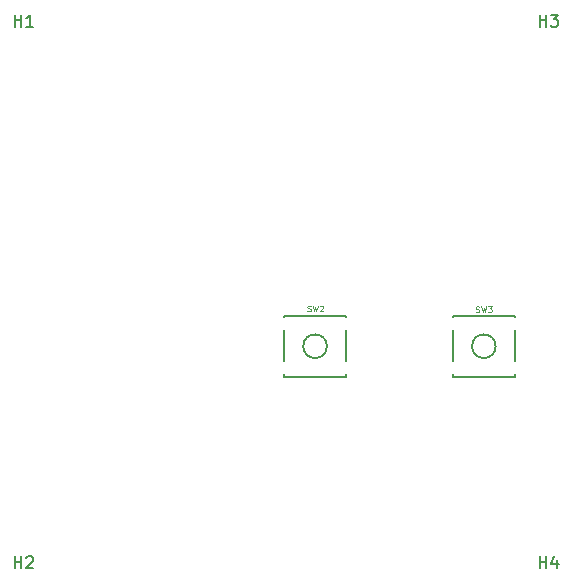
<source format=gto>
G04 #@! TF.GenerationSoftware,KiCad,Pcbnew,(5.1.10)-1*
G04 #@! TF.CreationDate,2021-06-04T13:57:15+02:00*
G04 #@! TF.ProjectId,Keyboard,4b657962-6f61-4726-942e-6b696361645f,rev?*
G04 #@! TF.SameCoordinates,Original*
G04 #@! TF.FileFunction,Legend,Top*
G04 #@! TF.FilePolarity,Positive*
%FSLAX46Y46*%
G04 Gerber Fmt 4.6, Leading zero omitted, Abs format (unit mm)*
G04 Created by KiCad (PCBNEW (5.1.10)-1) date 2021-06-04 13:57:15*
%MOMM*%
%LPD*%
G01*
G04 APERTURE LIST*
%ADD10C,0.150000*%
%ADD11C,0.080000*%
%ADD12C,3.987800*%
%ADD13C,1.750000*%
%ADD14C,0.650000*%
%ADD15O,1.000000X2.100000*%
%ADD16O,1.000000X1.600000*%
%ADD17C,2.700000*%
%ADD18R,1.800000X1.100000*%
G04 APERTURE END LIST*
D10*
X108231250Y-72762500D02*
G75*
G03*
X108231250Y-72762500I-1000000J0D01*
G01*
X109831250Y-70162500D02*
X109831250Y-75362500D01*
X104631250Y-70162500D02*
X109831250Y-70162500D01*
X104631250Y-75362500D02*
X104631250Y-70162500D01*
X109831250Y-75362500D02*
X104631250Y-75362500D01*
X93943750Y-72762500D02*
G75*
G03*
X93943750Y-72762500I-1000000J0D01*
G01*
X95543750Y-70162500D02*
X95543750Y-75362500D01*
X90343750Y-70162500D02*
X95543750Y-70162500D01*
X90343750Y-75362500D02*
X90343750Y-70162500D01*
X95543750Y-75362500D02*
X90343750Y-75362500D01*
X111950595Y-91558630D02*
X111950595Y-90558630D01*
X111950595Y-91034821D02*
X112522023Y-91034821D01*
X112522023Y-91558630D02*
X112522023Y-90558630D01*
X113426785Y-90891964D02*
X113426785Y-91558630D01*
X113188690Y-90511011D02*
X112950595Y-91225297D01*
X113569642Y-91225297D01*
X111950595Y-45696130D02*
X111950595Y-44696130D01*
X111950595Y-45172321D02*
X112522023Y-45172321D01*
X112522023Y-45696130D02*
X112522023Y-44696130D01*
X112902976Y-44696130D02*
X113522023Y-44696130D01*
X113188690Y-45077083D01*
X113331547Y-45077083D01*
X113426785Y-45124702D01*
X113474404Y-45172321D01*
X113522023Y-45267559D01*
X113522023Y-45505654D01*
X113474404Y-45600892D01*
X113426785Y-45648511D01*
X113331547Y-45696130D01*
X113045833Y-45696130D01*
X112950595Y-45648511D01*
X112902976Y-45600892D01*
X67500595Y-91558630D02*
X67500595Y-90558630D01*
X67500595Y-91034821D02*
X68072023Y-91034821D01*
X68072023Y-91558630D02*
X68072023Y-90558630D01*
X68500595Y-90653869D02*
X68548214Y-90606250D01*
X68643452Y-90558630D01*
X68881547Y-90558630D01*
X68976785Y-90606250D01*
X69024404Y-90653869D01*
X69072023Y-90749107D01*
X69072023Y-90844345D01*
X69024404Y-90987202D01*
X68452976Y-91558630D01*
X69072023Y-91558630D01*
X67500595Y-45696130D02*
X67500595Y-44696130D01*
X67500595Y-45172321D02*
X68072023Y-45172321D01*
X68072023Y-45696130D02*
X68072023Y-44696130D01*
X69072023Y-45696130D02*
X68500595Y-45696130D01*
X68786309Y-45696130D02*
X68786309Y-44696130D01*
X68691071Y-44838988D01*
X68595833Y-44934226D01*
X68500595Y-44981845D01*
D11*
X106564583Y-69853380D02*
X106636011Y-69877190D01*
X106755059Y-69877190D01*
X106802678Y-69853380D01*
X106826488Y-69829571D01*
X106850297Y-69781952D01*
X106850297Y-69734333D01*
X106826488Y-69686714D01*
X106802678Y-69662904D01*
X106755059Y-69639095D01*
X106659821Y-69615285D01*
X106612202Y-69591476D01*
X106588392Y-69567666D01*
X106564583Y-69520047D01*
X106564583Y-69472428D01*
X106588392Y-69424809D01*
X106612202Y-69401000D01*
X106659821Y-69377190D01*
X106778869Y-69377190D01*
X106850297Y-69401000D01*
X107016964Y-69377190D02*
X107136011Y-69877190D01*
X107231250Y-69520047D01*
X107326488Y-69877190D01*
X107445535Y-69377190D01*
X107588392Y-69377190D02*
X107897916Y-69377190D01*
X107731250Y-69567666D01*
X107802678Y-69567666D01*
X107850297Y-69591476D01*
X107874107Y-69615285D01*
X107897916Y-69662904D01*
X107897916Y-69781952D01*
X107874107Y-69829571D01*
X107850297Y-69853380D01*
X107802678Y-69877190D01*
X107659821Y-69877190D01*
X107612202Y-69853380D01*
X107588392Y-69829571D01*
X92297333Y-69798380D02*
X92368761Y-69822190D01*
X92487809Y-69822190D01*
X92535428Y-69798380D01*
X92559238Y-69774571D01*
X92583047Y-69726952D01*
X92583047Y-69679333D01*
X92559238Y-69631714D01*
X92535428Y-69607904D01*
X92487809Y-69584095D01*
X92392571Y-69560285D01*
X92344952Y-69536476D01*
X92321142Y-69512666D01*
X92297333Y-69465047D01*
X92297333Y-69417428D01*
X92321142Y-69369809D01*
X92344952Y-69346000D01*
X92392571Y-69322190D01*
X92511619Y-69322190D01*
X92583047Y-69346000D01*
X92749714Y-69322190D02*
X92868761Y-69822190D01*
X92964000Y-69465047D01*
X93059238Y-69822190D01*
X93178285Y-69322190D01*
X93344952Y-69369809D02*
X93368761Y-69346000D01*
X93416380Y-69322190D01*
X93535428Y-69322190D01*
X93583047Y-69346000D01*
X93606857Y-69369809D01*
X93630666Y-69417428D01*
X93630666Y-69465047D01*
X93606857Y-69536476D01*
X93321142Y-69822190D01*
X93630666Y-69822190D01*
%LPC*%
D12*
X80962500Y-57150000D03*
D13*
X75882500Y-57150000D03*
X86042500Y-57150000D03*
D14*
X93377500Y-42762500D03*
X87597500Y-42762500D03*
D15*
X86167500Y-43292500D03*
X94807500Y-43292500D03*
D16*
X86167500Y-39112500D03*
X94807500Y-39112500D03*
D12*
X100012500Y-57150000D03*
D13*
X94932500Y-57150000D03*
X105092500Y-57150000D03*
D17*
X112712500Y-94456250D03*
X112712500Y-41275000D03*
X68262500Y-94456250D03*
X68262500Y-41275000D03*
D18*
X110331250Y-70912500D03*
X104131250Y-74612500D03*
X110331250Y-74612500D03*
X104131250Y-70912500D03*
X96043750Y-70912500D03*
X89843750Y-74612500D03*
X96043750Y-74612500D03*
X89843750Y-70912500D03*
M02*

</source>
